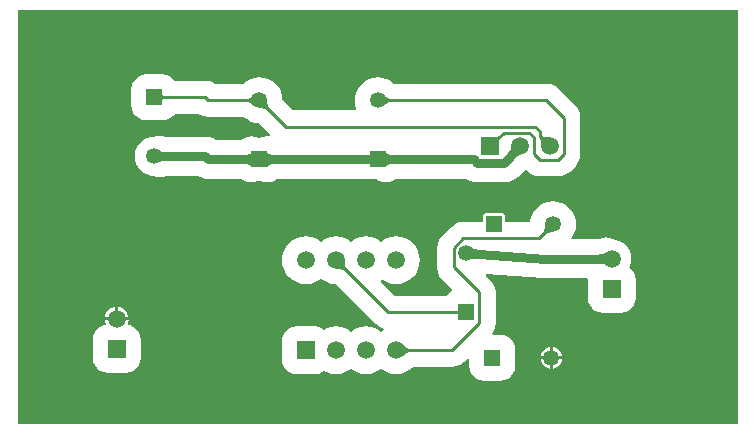
<source format=gbl>
G04 Layer_Physical_Order=2*
G04 Layer_Color=16711680*
%FSLAX25Y25*%
%MOIN*%
G70*
G01*
G75*
%ADD12C,0.01000*%
%ADD13C,0.03000*%
%ADD15R,0.05905X0.05905*%
%ADD16C,0.05905*%
%ADD17R,0.05315X0.05315*%
%ADD18C,0.05315*%
%ADD19R,0.05905X0.05905*%
%ADD20R,0.05315X0.05315*%
G36*
X405452Y190048D02*
X165548D01*
Y327953D01*
X405452D01*
Y190048D01*
D02*
G37*
%LPC*%
G36*
X343843Y215623D02*
Y212500D01*
X346966D01*
X346906Y212955D01*
X346537Y213844D01*
X345951Y214609D01*
X345187Y215195D01*
X344297Y215563D01*
X343843Y215623D01*
D02*
G37*
G36*
X342843D02*
X342388Y215563D01*
X341498Y215195D01*
X340734Y214609D01*
X340148Y213844D01*
X339779Y212955D01*
X339719Y212500D01*
X342843D01*
Y215623D01*
D02*
G37*
G36*
X198000Y228921D02*
X197468Y228851D01*
X196507Y228453D01*
X195681Y227819D01*
X195047Y226993D01*
X194649Y226032D01*
X194579Y225500D01*
X198000D01*
Y228921D01*
D02*
G37*
G36*
X343843Y264194D02*
X342341Y264047D01*
X340898Y263609D01*
X339568Y262898D01*
X338402Y261941D01*
X337445Y260775D01*
X336734Y259445D01*
X336296Y258001D01*
X336231Y257347D01*
X327835D01*
Y259157D01*
X327757Y259548D01*
X327536Y259878D01*
X327205Y260100D01*
X326815Y260177D01*
X321500D01*
X321110Y260100D01*
X320779Y259878D01*
X320558Y259548D01*
X320480Y259157D01*
Y257347D01*
X314000D01*
X312564Y257158D01*
X311226Y256604D01*
X310077Y255723D01*
X310077Y255723D01*
X306877Y252523D01*
X305996Y251374D01*
X305442Y250036D01*
X305253Y248600D01*
Y242200D01*
X305442Y240764D01*
X305996Y239426D01*
X306877Y238277D01*
X310317Y234838D01*
X310219Y234347D01*
X309821Y234182D01*
X308776Y233381D01*
X308258Y232705D01*
X291140D01*
X286421Y237424D01*
X286505Y238001D01*
X286746Y238114D01*
X287060Y237856D01*
X288442Y237117D01*
X289941Y236662D01*
X291500Y236509D01*
X293059Y236662D01*
X294558Y237117D01*
X295940Y237856D01*
X297151Y238849D01*
X298145Y240060D01*
X298883Y241442D01*
X299338Y242941D01*
X299491Y244500D01*
X299338Y246059D01*
X298883Y247558D01*
X298145Y248940D01*
X297151Y250151D01*
X295940Y251145D01*
X294558Y251883D01*
X293059Y252338D01*
X291500Y252491D01*
X289941Y252338D01*
X288442Y251883D01*
X287060Y251145D01*
X286500Y250685D01*
X285940Y251145D01*
X284558Y251883D01*
X283059Y252338D01*
X281500Y252491D01*
X279941Y252338D01*
X278442Y251883D01*
X277060Y251145D01*
X276500Y250685D01*
X275940Y251145D01*
X274558Y251883D01*
X273059Y252338D01*
X271500Y252491D01*
X269941Y252338D01*
X268442Y251883D01*
X267060Y251145D01*
X266500Y250685D01*
X265940Y251145D01*
X264558Y251883D01*
X263059Y252338D01*
X261500Y252491D01*
X259941Y252338D01*
X258442Y251883D01*
X257060Y251145D01*
X255849Y250151D01*
X254855Y248940D01*
X254117Y247558D01*
X253662Y246059D01*
X253509Y244500D01*
X253662Y242941D01*
X254117Y241442D01*
X254855Y240060D01*
X255849Y238849D01*
X257060Y237856D01*
X258442Y237117D01*
X259941Y236662D01*
X261500Y236509D01*
X263059Y236662D01*
X264558Y237117D01*
X265940Y237856D01*
X266500Y238315D01*
X267060Y237856D01*
X268442Y237117D01*
X269941Y236662D01*
X271365Y236522D01*
X271492Y236504D01*
X271652Y236503D01*
X284920Y223235D01*
X286069Y222353D01*
X287304Y221842D01*
X287421Y221337D01*
X287060Y221145D01*
X286500Y220685D01*
X285940Y221145D01*
X284558Y221883D01*
X283059Y222338D01*
X281500Y222491D01*
X279941Y222338D01*
X278442Y221883D01*
X277060Y221145D01*
X276500Y220685D01*
X275940Y221145D01*
X274558Y221883D01*
X273059Y222338D01*
X271500Y222491D01*
X269941Y222338D01*
X268442Y221883D01*
X267529Y221395D01*
X266974Y221820D01*
X265758Y222324D01*
X264453Y222496D01*
X258547D01*
X257242Y222324D01*
X256026Y221820D01*
X254981Y221019D01*
X254180Y219974D01*
X253676Y218758D01*
X253504Y217453D01*
Y211547D01*
X253676Y210242D01*
X254180Y209026D01*
X254981Y207981D01*
X256026Y207180D01*
X257242Y206676D01*
X258547Y206504D01*
X264453D01*
X265758Y206676D01*
X266974Y207180D01*
X267529Y207605D01*
X268442Y207117D01*
X269941Y206662D01*
X271500Y206509D01*
X273059Y206662D01*
X274558Y207117D01*
X275940Y207856D01*
X276500Y208315D01*
X277060Y207856D01*
X278442Y207117D01*
X279941Y206662D01*
X281500Y206509D01*
X283059Y206662D01*
X284558Y207117D01*
X285940Y207856D01*
X286500Y208315D01*
X287060Y207856D01*
X288442Y207117D01*
X289941Y206662D01*
X291500Y206509D01*
X293059Y206662D01*
X294558Y207117D01*
X295940Y207856D01*
X297046Y208763D01*
X297148Y208841D01*
X297262Y208952D01*
X310200D01*
X311636Y209142D01*
X312974Y209696D01*
X314123Y210577D01*
X315495Y211949D01*
X315957Y211758D01*
Y209343D01*
X316129Y208037D01*
X316632Y206821D01*
X317434Y205777D01*
X318478Y204975D01*
X319695Y204471D01*
X321000Y204299D01*
X326315D01*
X327620Y204471D01*
X328836Y204975D01*
X329881Y205777D01*
X330682Y206821D01*
X331186Y208037D01*
X331358Y209343D01*
Y214657D01*
X331186Y215963D01*
X330682Y217179D01*
X329881Y218224D01*
X328836Y219025D01*
X327620Y219529D01*
X326315Y219701D01*
X323782D01*
X323561Y220149D01*
X324004Y220726D01*
X324558Y222064D01*
X324747Y223500D01*
Y233800D01*
X324558Y235236D01*
X324004Y236574D01*
X323123Y237723D01*
X323123Y237723D01*
X321476Y239369D01*
X321684Y239824D01*
X340683Y238485D01*
X340914Y238491D01*
X341143Y238469D01*
X355193D01*
X355522Y238093D01*
X355504Y237953D01*
Y232047D01*
X355676Y230742D01*
X356180Y229526D01*
X356981Y228481D01*
X358026Y227680D01*
X359242Y227176D01*
X360547Y227004D01*
X366453D01*
X367758Y227176D01*
X368974Y227680D01*
X370019Y228481D01*
X370820Y229526D01*
X371324Y230742D01*
X371496Y232047D01*
Y237953D01*
X371324Y239258D01*
X370820Y240474D01*
X370019Y241519D01*
X369303Y242068D01*
X369534Y242500D01*
X369906Y243726D01*
X370031Y245000D01*
X369906Y246274D01*
X369534Y247499D01*
X368931Y248629D01*
X368118Y249618D01*
X367129Y250431D01*
X366000Y251034D01*
X364774Y251406D01*
X363734Y251508D01*
X363449Y251626D01*
X362998Y251847D01*
X362843Y251878D01*
X362697Y251938D01*
X362199Y252004D01*
X361706Y252100D01*
X361548Y252089D01*
X361391Y252110D01*
X360894Y252045D01*
X360393Y252010D01*
X360243Y251959D01*
X360086Y251938D01*
X359622Y251746D01*
X359147Y251583D01*
X359084Y251541D01*
X359023Y251531D01*
X350256D01*
X350042Y251983D01*
X350240Y252225D01*
X350951Y253555D01*
X351389Y254999D01*
X351537Y256500D01*
X351389Y258001D01*
X350951Y259445D01*
X350240Y260775D01*
X349283Y261941D01*
X348117Y262898D01*
X346787Y263609D01*
X345344Y264047D01*
X343843Y264194D01*
D02*
G37*
G36*
X199000Y228921D02*
Y225500D01*
X202421D01*
X202351Y226032D01*
X201953Y226993D01*
X201319Y227819D01*
X200493Y228453D01*
X199532Y228851D01*
X199000Y228921D01*
D02*
G37*
G36*
X342843Y211500D02*
X339719D01*
X339779Y211045D01*
X340148Y210156D01*
X340734Y209391D01*
X341498Y208805D01*
X342388Y208437D01*
X342843Y208377D01*
Y211500D01*
D02*
G37*
G36*
X202421Y224500D02*
X198500D01*
X194579D01*
X194649Y223968D01*
X194879Y223412D01*
X194564Y222867D01*
X194242Y222824D01*
X193026Y222320D01*
X191981Y221519D01*
X191180Y220474D01*
X190676Y219258D01*
X190504Y217953D01*
Y212047D01*
X190676Y210742D01*
X191180Y209526D01*
X191981Y208481D01*
X193026Y207680D01*
X194242Y207176D01*
X195547Y207004D01*
X201453D01*
X202758Y207176D01*
X203974Y207680D01*
X205019Y208481D01*
X205820Y209526D01*
X206324Y210742D01*
X206496Y212047D01*
Y217953D01*
X206324Y219258D01*
X205820Y220474D01*
X205019Y221519D01*
X203974Y222320D01*
X202758Y222824D01*
X202436Y222867D01*
X202121Y223412D01*
X202351Y223968D01*
X202421Y224500D01*
D02*
G37*
G36*
X346966Y211500D02*
X343843D01*
Y208377D01*
X344297Y208437D01*
X345187Y208805D01*
X345951Y209391D01*
X346537Y210156D01*
X346906Y211045D01*
X346966Y211500D01*
D02*
G37*
G36*
X213657Y306543D02*
X208343D01*
X207037Y306371D01*
X205821Y305868D01*
X204777Y305066D01*
X203975Y304022D01*
X203471Y302805D01*
X203299Y301500D01*
Y296185D01*
X203471Y294880D01*
X203975Y293664D01*
X204777Y292619D01*
X205821Y291818D01*
X207037Y291314D01*
X208343Y291142D01*
X213657D01*
X214963Y291314D01*
X216179Y291818D01*
X217224Y292619D01*
X217742Y293295D01*
X225892D01*
X226226Y293038D01*
X227564Y292484D01*
X229000Y292295D01*
X240687D01*
X240712Y292276D01*
X241725Y291445D01*
X243055Y290734D01*
X244499Y290296D01*
X245632Y290184D01*
X245848Y290149D01*
X249733Y286264D01*
X249716Y286191D01*
X249272Y285806D01*
X248957Y285804D01*
X248644Y285845D01*
X248301Y285800D01*
X247955Y285798D01*
X247652Y285714D01*
X247339Y285673D01*
X247019Y285541D01*
X246686Y285449D01*
X246414Y285290D01*
X246123Y285169D01*
X246000Y285075D01*
X245877Y285169D01*
X245586Y285290D01*
X245314Y285449D01*
X244981Y285541D01*
X244661Y285673D01*
X244349Y285714D01*
X244045Y285798D01*
X243699Y285800D01*
X243355Y285845D01*
X243043Y285804D01*
X242728Y285806D01*
X242393Y285718D01*
X242050Y285673D01*
X241759Y285553D01*
X241455Y285473D01*
X241154Y285302D01*
X240834Y285169D01*
X240584Y284978D01*
X240310Y284822D01*
X240176Y284689D01*
X231440D01*
X230500Y285192D01*
X229274Y285563D01*
X228000Y285689D01*
X214980D01*
X214916Y285699D01*
X214663Y285705D01*
X214597Y285726D01*
X214203Y285889D01*
X213971Y285919D01*
X213747Y285989D01*
X213321Y286005D01*
X212898Y286061D01*
X212666Y286030D01*
X212432Y286039D01*
X212016Y285945D01*
X211593Y285889D01*
X211376Y285799D01*
X211148Y285747D01*
X211037Y285689D01*
X211000D01*
X209726Y285563D01*
X208501Y285192D01*
X207371Y284588D01*
X206382Y283776D01*
X205569Y282786D01*
X204966Y281657D01*
X204594Y280432D01*
X204469Y279157D01*
X204594Y277883D01*
X204966Y276658D01*
X205569Y275529D01*
X206382Y274539D01*
X207371Y273727D01*
X208501Y273123D01*
X209726Y272751D01*
X211000Y272626D01*
X211037D01*
X211148Y272567D01*
X211376Y272516D01*
X211593Y272426D01*
X212016Y272370D01*
X212432Y272276D01*
X212666Y272285D01*
X212898Y272254D01*
X213321Y272310D01*
X213747Y272326D01*
X213971Y272395D01*
X214203Y272426D01*
X214597Y272589D01*
X214664Y272610D01*
X214706Y272613D01*
X214850Y272615D01*
X214928Y272626D01*
X225560D01*
X226501Y272123D01*
X227726Y271751D01*
X229000Y271626D01*
X240176D01*
X240310Y271493D01*
X240584Y271337D01*
X240834Y271145D01*
X241154Y271013D01*
X241455Y270842D01*
X241759Y270762D01*
X242050Y270642D01*
X242393Y270596D01*
X242728Y270509D01*
X243043Y270511D01*
X243355Y270470D01*
X243699Y270515D01*
X244045Y270517D01*
X244349Y270601D01*
X244661Y270642D01*
X244981Y270774D01*
X245314Y270866D01*
X245586Y271025D01*
X245877Y271145D01*
X246000Y271240D01*
X246123Y271145D01*
X246414Y271025D01*
X246686Y270866D01*
X247019Y270774D01*
X247339Y270642D01*
X247652Y270601D01*
X247955Y270517D01*
X248301Y270515D01*
X248644Y270470D01*
X248957Y270511D01*
X249272Y270509D01*
X249607Y270596D01*
X249950Y270642D01*
X250241Y270762D01*
X250546Y270842D01*
X250846Y271013D01*
X251166Y271145D01*
X251416Y271337D01*
X251690Y271493D01*
X251824Y271626D01*
X284956D01*
X285050Y271531D01*
X285348Y271356D01*
X285623Y271145D01*
X285914Y271025D01*
X286186Y270866D01*
X286519Y270774D01*
X286839Y270642D01*
X287152Y270601D01*
X287455Y270517D01*
X287801Y270515D01*
X288144Y270470D01*
X288457Y270511D01*
X288772Y270509D01*
X289107Y270596D01*
X289450Y270642D01*
X289741Y270762D01*
X290045Y270842D01*
X290346Y271013D01*
X290666Y271145D01*
X290916Y271337D01*
X291190Y271493D01*
X291324Y271626D01*
X314960D01*
X315029Y271569D01*
X316158Y270966D01*
X317383Y270594D01*
X318657Y270469D01*
X327500D01*
X328774Y270594D01*
X329999Y270966D01*
X331129Y271569D01*
X332118Y272382D01*
X334401Y274665D01*
X334442Y274693D01*
X334506Y274753D01*
X334577Y274767D01*
X334754Y274853D01*
X335530Y274077D01*
X335530Y274077D01*
X336679Y273196D01*
X338017Y272642D01*
X339453Y272452D01*
X339453Y272452D01*
X345500D01*
X346936Y272642D01*
X348274Y273196D01*
X349423Y274077D01*
X351423Y276077D01*
X351423Y276077D01*
X352304Y277226D01*
X352858Y278564D01*
X353047Y280000D01*
X353047Y280000D01*
Y292000D01*
X352858Y293436D01*
X352304Y294774D01*
X351423Y295923D01*
X351423Y295923D01*
X345580Y301765D01*
X344431Y302647D01*
X343093Y303201D01*
X341657Y303390D01*
X290813D01*
X290788Y303409D01*
X289775Y304240D01*
X288445Y304951D01*
X287001Y305389D01*
X285500Y305537D01*
X283999Y305389D01*
X282555Y304951D01*
X281225Y304240D01*
X280059Y303283D01*
X279102Y302117D01*
X278391Y300787D01*
X277953Y299344D01*
X277805Y297843D01*
X277953Y296341D01*
X278360Y295000D01*
X278120Y294500D01*
X257188D01*
X253679Y298008D01*
X253675Y298039D01*
X253547Y299344D01*
X253109Y300787D01*
X252398Y302117D01*
X251441Y303283D01*
X250275Y304240D01*
X248945Y304951D01*
X247501Y305389D01*
X246000Y305537D01*
X244499Y305389D01*
X243055Y304951D01*
X241725Y304240D01*
X240845Y303518D01*
X240668Y303390D01*
X231108D01*
X230774Y303647D01*
X229436Y304201D01*
X228000Y304390D01*
X217742D01*
X217224Y305066D01*
X216179Y305868D01*
X214963Y306371D01*
X213657Y306543D01*
D02*
G37*
%LPD*%
G36*
X293911Y216269D02*
X294485Y215768D01*
X294758Y215564D01*
X295020Y215392D01*
X295272Y215251D01*
X295515Y215141D01*
X295747Y215063D01*
X295969Y215016D01*
X296182Y215000D01*
Y214000D01*
X295969Y213984D01*
X295747Y213937D01*
X295515Y213859D01*
X295272Y213749D01*
X295020Y213608D01*
X294758Y213436D01*
X294485Y213232D01*
X293911Y212731D01*
X293609Y212433D01*
Y216567D01*
X293911Y216269D01*
D02*
G37*
G36*
X361391Y242933D02*
X361269Y243041D01*
X361125Y243137D01*
X360959Y243222D01*
X360772Y243296D01*
X360562Y243358D01*
X360330Y243409D01*
X360077Y243449D01*
X359801Y243477D01*
X359185Y243500D01*
Y246500D01*
X359504Y246506D01*
X360077Y246551D01*
X360330Y246591D01*
X360562Y246642D01*
X360772Y246704D01*
X360959Y246778D01*
X361125Y246863D01*
X361269Y246959D01*
X361391Y247067D01*
Y242933D01*
D02*
G37*
G36*
X312368Y226157D02*
X312357Y226252D01*
X312327Y226337D01*
X312276Y226412D01*
X312206Y226477D01*
X312115Y226532D01*
X312003Y226577D01*
X311872Y226612D01*
X311720Y226637D01*
X311548Y226652D01*
X311355Y226657D01*
Y227657D01*
X311548Y227662D01*
X311720Y227677D01*
X311872Y227702D01*
X312003Y227737D01*
X312115Y227782D01*
X312206Y227837D01*
X312276Y227902D01*
X312327Y227977D01*
X312357Y228062D01*
X312368Y228157D01*
Y226157D01*
D02*
G37*
G36*
X274456Y244046D02*
X274507Y243285D01*
X274556Y242949D01*
X274620Y242642D01*
X274698Y242364D01*
X274792Y242114D01*
X274901Y241895D01*
X275025Y241704D01*
X275164Y241543D01*
X274457Y240836D01*
X274296Y240975D01*
X274105Y241099D01*
X273885Y241208D01*
X273637Y241302D01*
X273358Y241381D01*
X273051Y241444D01*
X272714Y241493D01*
X271954Y241544D01*
X271530Y241547D01*
X274453Y244471D01*
X274456Y244046D01*
D02*
G37*
G36*
X317101Y248491D02*
X317203Y248422D01*
X317329Y248359D01*
X317478Y248302D01*
X317652Y248250D01*
X317851Y248203D01*
X318319Y248127D01*
X318884Y248073D01*
X318673Y245080D01*
X318378Y245097D01*
X317632Y245096D01*
X317429Y245077D01*
X317249Y245050D01*
X317093Y245014D01*
X316960Y244970D01*
X316849Y244916D01*
X316762Y244853D01*
X317024Y248565D01*
X317101Y248491D01*
D02*
G37*
G36*
X343816Y253843D02*
X343447Y253839D01*
X342783Y253790D01*
X342487Y253745D01*
X342215Y253685D01*
X341968Y253611D01*
X341746Y253523D01*
X341547Y253420D01*
X341373Y253304D01*
X341223Y253173D01*
X340516Y253881D01*
X340647Y254030D01*
X340763Y254205D01*
X340865Y254403D01*
X340953Y254626D01*
X341027Y254873D01*
X341087Y255144D01*
X341133Y255440D01*
X341165Y255760D01*
X341185Y256473D01*
X343816Y253843D01*
D02*
G37*
G36*
X248661Y297447D02*
X248710Y296783D01*
X248755Y296487D01*
X248815Y296216D01*
X248889Y295968D01*
X248977Y295746D01*
X249080Y295547D01*
X249196Y295373D01*
X249327Y295223D01*
X248620Y294516D01*
X248470Y294647D01*
X248295Y294763D01*
X248097Y294865D01*
X247874Y294953D01*
X247627Y295027D01*
X247356Y295087D01*
X247060Y295133D01*
X246740Y295165D01*
X246027Y295185D01*
X248657Y297816D01*
X248661Y297447D01*
D02*
G37*
G36*
X326647Y285440D02*
X326448Y285234D01*
X326134Y284864D01*
X326020Y284701D01*
X325934Y284553D01*
X325876Y284419D01*
X325847Y284299D01*
X325845Y284193D01*
X325872Y284102D01*
X325928Y284026D01*
X324526Y285428D01*
X324602Y285372D01*
X324693Y285345D01*
X324799Y285347D01*
X324919Y285376D01*
X325053Y285434D01*
X325202Y285520D01*
X325364Y285634D01*
X325542Y285777D01*
X325940Y286147D01*
X326647Y285440D01*
D02*
G37*
G36*
X340204Y286025D02*
X340395Y285901D01*
X340615Y285792D01*
X340863Y285698D01*
X341142Y285619D01*
X341449Y285556D01*
X341786Y285507D01*
X342546Y285456D01*
X342970Y285453D01*
X340047Y282529D01*
X340044Y282954D01*
X339993Y283715D01*
X339944Y284051D01*
X339880Y284358D01*
X339802Y284636D01*
X339708Y284886D01*
X339599Y285105D01*
X339475Y285296D01*
X339336Y285457D01*
X340043Y286164D01*
X340204Y286025D01*
D02*
G37*
G36*
X213643Y299748D02*
X213673Y299663D01*
X213724Y299588D01*
X213794Y299523D01*
X213885Y299468D01*
X213997Y299423D01*
X214128Y299388D01*
X214280Y299363D01*
X214452Y299348D01*
X214645Y299343D01*
Y298343D01*
X214452Y298338D01*
X214280Y298323D01*
X214128Y298298D01*
X213997Y298263D01*
X213885Y298218D01*
X213794Y298163D01*
X213724Y298098D01*
X213673Y298023D01*
X213643Y297938D01*
X213632Y297843D01*
Y299843D01*
X213643Y299748D01*
D02*
G37*
G36*
X287661Y299444D02*
X288165Y299009D01*
X288407Y298832D01*
X288641Y298683D01*
X288868Y298560D01*
X289088Y298465D01*
X289301Y298397D01*
X289506Y298356D01*
X289704Y298343D01*
Y297343D01*
X289506Y297329D01*
X289301Y297288D01*
X289088Y297220D01*
X288868Y297125D01*
X288641Y297003D01*
X288407Y296853D01*
X288165Y296676D01*
X287917Y296472D01*
X287398Y295982D01*
Y299703D01*
X287661Y299444D01*
D02*
G37*
G36*
X244102Y295982D02*
X243839Y296241D01*
X243335Y296676D01*
X243093Y296853D01*
X242859Y297003D01*
X242632Y297125D01*
X242412Y297220D01*
X242199Y297288D01*
X241994Y297329D01*
X241795Y297343D01*
Y298343D01*
X241994Y298356D01*
X242199Y298397D01*
X242412Y298465D01*
X242632Y298560D01*
X242859Y298683D01*
X243093Y298832D01*
X243335Y299009D01*
X243583Y299213D01*
X244102Y299703D01*
Y295982D01*
D02*
G37*
G36*
X248675Y280584D02*
X248764Y280390D01*
X248915Y280218D01*
X249125Y280069D01*
X249394Y279943D01*
X249725Y279840D01*
X250114Y279760D01*
X250565Y279703D01*
X251075Y279669D01*
X251644Y279657D01*
Y276657D01*
X251075Y276646D01*
X250114Y276554D01*
X249725Y276474D01*
X249394Y276371D01*
X249125Y276245D01*
X248915Y276097D01*
X248764Y275925D01*
X248675Y275730D01*
X248644Y275513D01*
Y280802D01*
X248675Y280584D01*
D02*
G37*
G36*
X243355Y275513D02*
X243325Y275730D01*
X243235Y275925D01*
X243086Y276097D01*
X242876Y276245D01*
X242605Y276371D01*
X242276Y276474D01*
X241885Y276554D01*
X241436Y276612D01*
X240926Y276646D01*
X240355Y276657D01*
Y279657D01*
X240926Y279669D01*
X241885Y279760D01*
X242276Y279840D01*
X242605Y279943D01*
X242876Y280069D01*
X243086Y280218D01*
X243235Y280390D01*
X243325Y280584D01*
X243355Y280802D01*
Y275513D01*
D02*
G37*
G36*
X332970Y279547D02*
X332808Y279537D01*
X332638Y279504D01*
X332461Y279446D01*
X332276Y279366D01*
X332083Y279261D01*
X331884Y279134D01*
X331676Y278983D01*
X331461Y278808D01*
X331010Y278388D01*
X328888Y280509D01*
X329110Y280739D01*
X329483Y281176D01*
X329634Y281383D01*
X329762Y281583D01*
X329866Y281776D01*
X329946Y281961D01*
X330004Y282138D01*
X330037Y282308D01*
X330047Y282470D01*
X332970Y279547D01*
D02*
G37*
G36*
X212980Y280949D02*
X213086Y280888D01*
X213216Y280834D01*
X213370Y280787D01*
X213547Y280748D01*
X213748Y280715D01*
X214221Y280672D01*
X214788Y280657D01*
Y277657D01*
X214493Y277654D01*
X213748Y277600D01*
X213547Y277567D01*
X213370Y277528D01*
X213216Y277481D01*
X213086Y277427D01*
X212980Y277366D01*
X212898Y277297D01*
Y281018D01*
X212980Y280949D01*
D02*
G37*
G36*
X288175Y280584D02*
X288264Y280390D01*
X288415Y280218D01*
X288625Y280069D01*
X288895Y279943D01*
X289225Y279840D01*
X289615Y279760D01*
X290065Y279703D01*
X290575Y279669D01*
X291144Y279657D01*
Y276657D01*
X290575Y276646D01*
X289615Y276554D01*
X289225Y276474D01*
X288895Y276371D01*
X288625Y276245D01*
X288415Y276097D01*
X288264Y275925D01*
X288175Y275730D01*
X288144Y275513D01*
Y280802D01*
X288175Y280584D01*
D02*
G37*
D12*
X211000Y298843D02*
X228000D01*
X229000Y297843D01*
X246000D01*
X288843Y227157D02*
X315000D01*
X271500Y244500D02*
X288843Y227157D01*
X323000Y282500D02*
X327453Y286953D01*
X336000D01*
X337453Y285500D01*
Y280000D02*
Y285500D01*
Y280000D02*
X339453Y278000D01*
X345500D01*
X347500Y280000D01*
Y292000D01*
X341657Y297843D02*
X347500Y292000D01*
X285500Y297843D02*
X341657D01*
X339453Y286047D02*
X343000Y282500D01*
X339453Y286047D02*
Y287500D01*
X338000Y288953D02*
X339453Y287500D01*
X254890Y288953D02*
X338000D01*
X246000Y297843D02*
X254890Y288953D01*
X291500Y214500D02*
X310200D01*
X319200Y223500D01*
Y233800D01*
X310800Y242200D02*
X319200Y233800D01*
X310800Y242200D02*
Y248600D01*
X314000Y251800D01*
X339143D01*
X343843Y256500D01*
D13*
X211000Y279157D02*
X228000D01*
X229000Y278157D01*
X246000D01*
X285500D01*
X327500Y277000D02*
X333000Y282500D01*
X318657Y277000D02*
X327500D01*
X317500Y278157D02*
X318657Y277000D01*
X285500Y278157D02*
X317500D01*
X315000Y246843D02*
X341143Y245000D01*
X363500D01*
D15*
Y235000D02*
D03*
X261500Y214500D02*
D03*
X198500Y215000D02*
D03*
D16*
X363500Y245000D02*
D03*
X291500Y244500D02*
D03*
X281500D02*
D03*
X271500D02*
D03*
X261500D02*
D03*
X291500Y214500D02*
D03*
X281500D02*
D03*
X271500D02*
D03*
X343000Y282500D02*
D03*
X333000D02*
D03*
X198500Y225000D02*
D03*
D17*
X211000Y298843D02*
D03*
X315000Y227157D02*
D03*
X246000Y278157D02*
D03*
X285500D02*
D03*
D18*
X211000Y279157D02*
D03*
X343843Y256500D02*
D03*
X343343Y212000D02*
D03*
X315000Y246843D02*
D03*
X246000Y297843D02*
D03*
X285500D02*
D03*
D19*
X323000Y282500D02*
D03*
D20*
X324157Y256500D02*
D03*
X323657Y212000D02*
D03*
M02*

</source>
